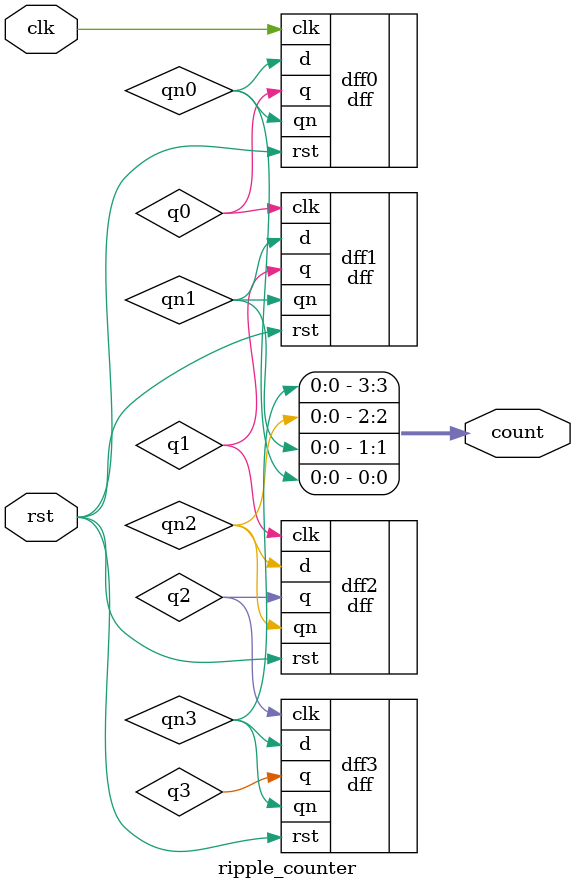
<source format=v>
`include "dff.v"

module ripple_counter (
    input clk,
    input rst,
    output [3:0] count
    );
    
    wire q0;
    wire qn0;
    wire q1;
    wire qn1;
    wire q2;
    wire qn2;
    wire q3;
    wire qn3;

    dff dff0 (
        .d(qn0),
        .clk(clk),
        .rst(rst),
        .q(q0),
        .qn(qn0)
    );

    dff dff1 (
        .d(qn1),
        .clk(q0),
        .rst(rst),
        .q(q1),
        .qn(qn1)
    );

    dff dff2 (
        .d(qn2),
        .clk(q1),
        .rst(rst),
        .q(q2),
        .qn(qn2)
    );

    dff dff3 (
        .d(qn3),
        .clk(q2),
        .rst(rst),
        .q(q3),
        .qn(qn3)
    );

    assign count = {qn3, qn2, qn1, qn0};
endmodule
</source>
